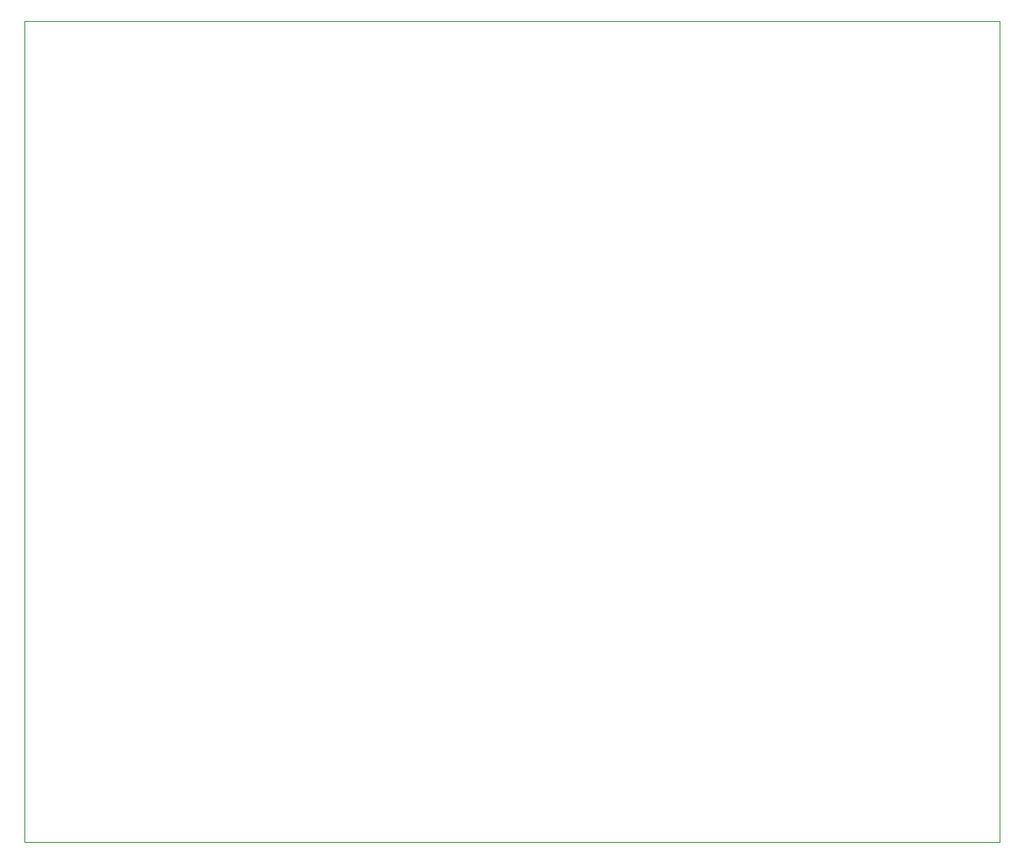
<source format=gbr>
G04 #@! TF.GenerationSoftware,KiCad,Pcbnew,(5.1.2)-2*
G04 #@! TF.CreationDate,2021-09-09T11:51:10-03:00*
G04 #@! TF.ProjectId,MAG_Plus,4d41475f-506c-4757-932e-6b696361645f,rev?*
G04 #@! TF.SameCoordinates,Original*
G04 #@! TF.FileFunction,Profile,NP*
%FSLAX46Y46*%
G04 Gerber Fmt 4.6, Leading zero omitted, Abs format (unit mm)*
G04 Created by KiCad (PCBNEW (5.1.2)-2) date 2021-09-09 11:51:10*
%MOMM*%
%LPD*%
G04 APERTURE LIST*
%ADD10C,0.050000*%
G04 APERTURE END LIST*
D10*
X357410000Y-36660000D02*
X455410000Y-36660000D01*
X455410000Y-119260000D02*
X357410000Y-119260000D01*
X455410000Y-36660000D02*
X455410000Y-119260000D01*
X357410000Y-119260000D02*
X357410000Y-36660000D01*
M02*

</source>
